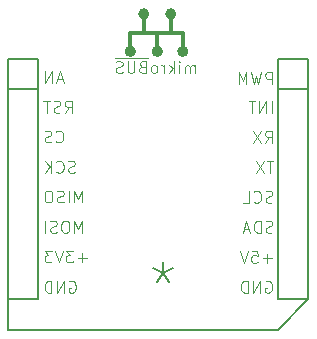
<source format=gbr>
%TF.GenerationSoftware,KiCad,Pcbnew,8.0.0*%
%TF.CreationDate,2024-05-22T20:52:51+02:00*%
%TF.ProjectId,Game_Board_v1,47616d65-5f42-46f6-9172-645f76312e6b,rev?*%
%TF.SameCoordinates,Original*%
%TF.FileFunction,Legend,Bot*%
%TF.FilePolarity,Positive*%
%FSLAX46Y46*%
G04 Gerber Fmt 4.6, Leading zero omitted, Abs format (unit mm)*
G04 Created by KiCad (PCBNEW 8.0.0) date 2024-05-22 20:52:51*
%MOMM*%
%LPD*%
G01*
G04 APERTURE LIST*
%ADD10C,0.050000*%
%ADD11C,0.150000*%
%ADD12C,0.127000*%
%ADD13C,0.304800*%
%ADD14C,0.508000*%
G04 APERTURE END LIST*
D10*
X146978666Y-74754380D02*
X147026285Y-74802000D01*
X147026285Y-74802000D02*
X147169142Y-74849619D01*
X147169142Y-74849619D02*
X147264380Y-74849619D01*
X147264380Y-74849619D02*
X147407237Y-74802000D01*
X147407237Y-74802000D02*
X147502475Y-74706761D01*
X147502475Y-74706761D02*
X147550094Y-74611523D01*
X147550094Y-74611523D02*
X147597713Y-74421047D01*
X147597713Y-74421047D02*
X147597713Y-74278190D01*
X147597713Y-74278190D02*
X147550094Y-74087714D01*
X147550094Y-74087714D02*
X147502475Y-73992476D01*
X147502475Y-73992476D02*
X147407237Y-73897238D01*
X147407237Y-73897238D02*
X147264380Y-73849619D01*
X147264380Y-73849619D02*
X147169142Y-73849619D01*
X147169142Y-73849619D02*
X147026285Y-73897238D01*
X147026285Y-73897238D02*
X146978666Y-73944857D01*
X146597713Y-74802000D02*
X146454856Y-74849619D01*
X146454856Y-74849619D02*
X146216761Y-74849619D01*
X146216761Y-74849619D02*
X146121523Y-74802000D01*
X146121523Y-74802000D02*
X146073904Y-74754380D01*
X146073904Y-74754380D02*
X146026285Y-74659142D01*
X146026285Y-74659142D02*
X146026285Y-74563904D01*
X146026285Y-74563904D02*
X146073904Y-74468666D01*
X146073904Y-74468666D02*
X146121523Y-74421047D01*
X146121523Y-74421047D02*
X146216761Y-74373428D01*
X146216761Y-74373428D02*
X146407237Y-74325809D01*
X146407237Y-74325809D02*
X146502475Y-74278190D01*
X146502475Y-74278190D02*
X146550094Y-74230571D01*
X146550094Y-74230571D02*
X146597713Y-74135333D01*
X146597713Y-74135333D02*
X146597713Y-74040095D01*
X146597713Y-74040095D02*
X146550094Y-73944857D01*
X146550094Y-73944857D02*
X146502475Y-73897238D01*
X146502475Y-73897238D02*
X146407237Y-73849619D01*
X146407237Y-73849619D02*
X146169142Y-73849619D01*
X146169142Y-73849619D02*
X146026285Y-73897238D01*
X165317179Y-79907400D02*
X165174322Y-79955019D01*
X165174322Y-79955019D02*
X164936227Y-79955019D01*
X164936227Y-79955019D02*
X164840989Y-79907400D01*
X164840989Y-79907400D02*
X164793370Y-79859780D01*
X164793370Y-79859780D02*
X164745751Y-79764542D01*
X164745751Y-79764542D02*
X164745751Y-79669304D01*
X164745751Y-79669304D02*
X164793370Y-79574066D01*
X164793370Y-79574066D02*
X164840989Y-79526447D01*
X164840989Y-79526447D02*
X164936227Y-79478828D01*
X164936227Y-79478828D02*
X165126703Y-79431209D01*
X165126703Y-79431209D02*
X165221941Y-79383590D01*
X165221941Y-79383590D02*
X165269560Y-79335971D01*
X165269560Y-79335971D02*
X165317179Y-79240733D01*
X165317179Y-79240733D02*
X165317179Y-79145495D01*
X165317179Y-79145495D02*
X165269560Y-79050257D01*
X165269560Y-79050257D02*
X165221941Y-79002638D01*
X165221941Y-79002638D02*
X165126703Y-78955019D01*
X165126703Y-78955019D02*
X164888608Y-78955019D01*
X164888608Y-78955019D02*
X164745751Y-79002638D01*
X163745751Y-79859780D02*
X163793370Y-79907400D01*
X163793370Y-79907400D02*
X163936227Y-79955019D01*
X163936227Y-79955019D02*
X164031465Y-79955019D01*
X164031465Y-79955019D02*
X164174322Y-79907400D01*
X164174322Y-79907400D02*
X164269560Y-79812161D01*
X164269560Y-79812161D02*
X164317179Y-79716923D01*
X164317179Y-79716923D02*
X164364798Y-79526447D01*
X164364798Y-79526447D02*
X164364798Y-79383590D01*
X164364798Y-79383590D02*
X164317179Y-79193114D01*
X164317179Y-79193114D02*
X164269560Y-79097876D01*
X164269560Y-79097876D02*
X164174322Y-79002638D01*
X164174322Y-79002638D02*
X164031465Y-78955019D01*
X164031465Y-78955019D02*
X163936227Y-78955019D01*
X163936227Y-78955019D02*
X163793370Y-79002638D01*
X163793370Y-79002638D02*
X163745751Y-79050257D01*
X162840989Y-79955019D02*
X163317179Y-79955019D01*
X163317179Y-79955019D02*
X163317179Y-78955019D01*
X165269561Y-69922019D02*
X165269561Y-68922019D01*
X165269561Y-68922019D02*
X164888609Y-68922019D01*
X164888609Y-68922019D02*
X164793371Y-68969638D01*
X164793371Y-68969638D02*
X164745752Y-69017257D01*
X164745752Y-69017257D02*
X164698133Y-69112495D01*
X164698133Y-69112495D02*
X164698133Y-69255352D01*
X164698133Y-69255352D02*
X164745752Y-69350590D01*
X164745752Y-69350590D02*
X164793371Y-69398209D01*
X164793371Y-69398209D02*
X164888609Y-69445828D01*
X164888609Y-69445828D02*
X165269561Y-69445828D01*
X164364799Y-68922019D02*
X164126704Y-69922019D01*
X164126704Y-69922019D02*
X163936228Y-69207733D01*
X163936228Y-69207733D02*
X163745752Y-69922019D01*
X163745752Y-69922019D02*
X163507657Y-68922019D01*
X163126704Y-69922019D02*
X163126704Y-68922019D01*
X163126704Y-68922019D02*
X162793371Y-69636304D01*
X162793371Y-69636304D02*
X162460038Y-68922019D01*
X162460038Y-68922019D02*
X162460038Y-69922019D01*
X149216761Y-79929619D02*
X149216761Y-78929619D01*
X149216761Y-78929619D02*
X148883428Y-79643904D01*
X148883428Y-79643904D02*
X148550095Y-78929619D01*
X148550095Y-78929619D02*
X148550095Y-79929619D01*
X148073904Y-79929619D02*
X148073904Y-78929619D01*
X147645333Y-79882000D02*
X147502476Y-79929619D01*
X147502476Y-79929619D02*
X147264381Y-79929619D01*
X147264381Y-79929619D02*
X147169143Y-79882000D01*
X147169143Y-79882000D02*
X147121524Y-79834380D01*
X147121524Y-79834380D02*
X147073905Y-79739142D01*
X147073905Y-79739142D02*
X147073905Y-79643904D01*
X147073905Y-79643904D02*
X147121524Y-79548666D01*
X147121524Y-79548666D02*
X147169143Y-79501047D01*
X147169143Y-79501047D02*
X147264381Y-79453428D01*
X147264381Y-79453428D02*
X147454857Y-79405809D01*
X147454857Y-79405809D02*
X147550095Y-79358190D01*
X147550095Y-79358190D02*
X147597714Y-79310571D01*
X147597714Y-79310571D02*
X147645333Y-79215333D01*
X147645333Y-79215333D02*
X147645333Y-79120095D01*
X147645333Y-79120095D02*
X147597714Y-79024857D01*
X147597714Y-79024857D02*
X147550095Y-78977238D01*
X147550095Y-78977238D02*
X147454857Y-78929619D01*
X147454857Y-78929619D02*
X147216762Y-78929619D01*
X147216762Y-78929619D02*
X147073905Y-78977238D01*
X146454857Y-78929619D02*
X146264381Y-78929619D01*
X146264381Y-78929619D02*
X146169143Y-78977238D01*
X146169143Y-78977238D02*
X146073905Y-79072476D01*
X146073905Y-79072476D02*
X146026286Y-79262952D01*
X146026286Y-79262952D02*
X146026286Y-79596285D01*
X146026286Y-79596285D02*
X146073905Y-79786761D01*
X146073905Y-79786761D02*
X146169143Y-79882000D01*
X146169143Y-79882000D02*
X146264381Y-79929619D01*
X146264381Y-79929619D02*
X146454857Y-79929619D01*
X146454857Y-79929619D02*
X146550095Y-79882000D01*
X146550095Y-79882000D02*
X146645333Y-79786761D01*
X146645333Y-79786761D02*
X146692952Y-79596285D01*
X146692952Y-79596285D02*
X146692952Y-79262952D01*
X146692952Y-79262952D02*
X146645333Y-79072476D01*
X146645333Y-79072476D02*
X146550095Y-78977238D01*
X146550095Y-78977238D02*
X146454857Y-78929619D01*
X148597713Y-77367400D02*
X148454856Y-77415019D01*
X148454856Y-77415019D02*
X148216761Y-77415019D01*
X148216761Y-77415019D02*
X148121523Y-77367400D01*
X148121523Y-77367400D02*
X148073904Y-77319780D01*
X148073904Y-77319780D02*
X148026285Y-77224542D01*
X148026285Y-77224542D02*
X148026285Y-77129304D01*
X148026285Y-77129304D02*
X148073904Y-77034066D01*
X148073904Y-77034066D02*
X148121523Y-76986447D01*
X148121523Y-76986447D02*
X148216761Y-76938828D01*
X148216761Y-76938828D02*
X148407237Y-76891209D01*
X148407237Y-76891209D02*
X148502475Y-76843590D01*
X148502475Y-76843590D02*
X148550094Y-76795971D01*
X148550094Y-76795971D02*
X148597713Y-76700733D01*
X148597713Y-76700733D02*
X148597713Y-76605495D01*
X148597713Y-76605495D02*
X148550094Y-76510257D01*
X148550094Y-76510257D02*
X148502475Y-76462638D01*
X148502475Y-76462638D02*
X148407237Y-76415019D01*
X148407237Y-76415019D02*
X148169142Y-76415019D01*
X148169142Y-76415019D02*
X148026285Y-76462638D01*
X147026285Y-77319780D02*
X147073904Y-77367400D01*
X147073904Y-77367400D02*
X147216761Y-77415019D01*
X147216761Y-77415019D02*
X147311999Y-77415019D01*
X147311999Y-77415019D02*
X147454856Y-77367400D01*
X147454856Y-77367400D02*
X147550094Y-77272161D01*
X147550094Y-77272161D02*
X147597713Y-77176923D01*
X147597713Y-77176923D02*
X147645332Y-76986447D01*
X147645332Y-76986447D02*
X147645332Y-76843590D01*
X147645332Y-76843590D02*
X147597713Y-76653114D01*
X147597713Y-76653114D02*
X147550094Y-76557876D01*
X147550094Y-76557876D02*
X147454856Y-76462638D01*
X147454856Y-76462638D02*
X147311999Y-76415019D01*
X147311999Y-76415019D02*
X147216761Y-76415019D01*
X147216761Y-76415019D02*
X147073904Y-76462638D01*
X147073904Y-76462638D02*
X147026285Y-76510257D01*
X146597713Y-77415019D02*
X146597713Y-76415019D01*
X146026285Y-77415019D02*
X146454856Y-76843590D01*
X146026285Y-76415019D02*
X146597713Y-76986447D01*
X158773332Y-68960019D02*
X158773332Y-68293352D01*
X158773332Y-68388590D02*
X158725713Y-68340971D01*
X158725713Y-68340971D02*
X158630475Y-68293352D01*
X158630475Y-68293352D02*
X158487618Y-68293352D01*
X158487618Y-68293352D02*
X158392380Y-68340971D01*
X158392380Y-68340971D02*
X158344761Y-68436209D01*
X158344761Y-68436209D02*
X158344761Y-68960019D01*
X158344761Y-68436209D02*
X158297142Y-68340971D01*
X158297142Y-68340971D02*
X158201904Y-68293352D01*
X158201904Y-68293352D02*
X158059047Y-68293352D01*
X158059047Y-68293352D02*
X157963808Y-68340971D01*
X157963808Y-68340971D02*
X157916189Y-68436209D01*
X157916189Y-68436209D02*
X157916189Y-68960019D01*
X157439999Y-68960019D02*
X157439999Y-68293352D01*
X157439999Y-67960019D02*
X157487618Y-68007638D01*
X157487618Y-68007638D02*
X157439999Y-68055257D01*
X157439999Y-68055257D02*
X157392380Y-68007638D01*
X157392380Y-68007638D02*
X157439999Y-67960019D01*
X157439999Y-67960019D02*
X157439999Y-68055257D01*
X156963809Y-68960019D02*
X156963809Y-67960019D01*
X156868571Y-68579066D02*
X156582857Y-68960019D01*
X156582857Y-68293352D02*
X156963809Y-68674304D01*
X156154285Y-68960019D02*
X156154285Y-68293352D01*
X156154285Y-68483828D02*
X156106666Y-68388590D01*
X156106666Y-68388590D02*
X156059047Y-68340971D01*
X156059047Y-68340971D02*
X155963809Y-68293352D01*
X155963809Y-68293352D02*
X155868571Y-68293352D01*
X155392380Y-68960019D02*
X155487618Y-68912400D01*
X155487618Y-68912400D02*
X155535237Y-68864780D01*
X155535237Y-68864780D02*
X155582856Y-68769542D01*
X155582856Y-68769542D02*
X155582856Y-68483828D01*
X155582856Y-68483828D02*
X155535237Y-68388590D01*
X155535237Y-68388590D02*
X155487618Y-68340971D01*
X155487618Y-68340971D02*
X155392380Y-68293352D01*
X155392380Y-68293352D02*
X155249523Y-68293352D01*
X155249523Y-68293352D02*
X155154285Y-68340971D01*
X155154285Y-68340971D02*
X155106666Y-68388590D01*
X155106666Y-68388590D02*
X155059047Y-68483828D01*
X155059047Y-68483828D02*
X155059047Y-68769542D01*
X155059047Y-68769542D02*
X155106666Y-68864780D01*
X155106666Y-68864780D02*
X155154285Y-68912400D01*
X155154285Y-68912400D02*
X155249523Y-68960019D01*
X155249523Y-68960019D02*
X155392380Y-68960019D01*
X154297142Y-68436209D02*
X154154285Y-68483828D01*
X154154285Y-68483828D02*
X154106666Y-68531447D01*
X154106666Y-68531447D02*
X154059047Y-68626685D01*
X154059047Y-68626685D02*
X154059047Y-68769542D01*
X154059047Y-68769542D02*
X154106666Y-68864780D01*
X154106666Y-68864780D02*
X154154285Y-68912400D01*
X154154285Y-68912400D02*
X154249523Y-68960019D01*
X154249523Y-68960019D02*
X154630475Y-68960019D01*
X154630475Y-68960019D02*
X154630475Y-67960019D01*
X154630475Y-67960019D02*
X154297142Y-67960019D01*
X154297142Y-67960019D02*
X154201904Y-68007638D01*
X154201904Y-68007638D02*
X154154285Y-68055257D01*
X154154285Y-68055257D02*
X154106666Y-68150495D01*
X154106666Y-68150495D02*
X154106666Y-68245733D01*
X154106666Y-68245733D02*
X154154285Y-68340971D01*
X154154285Y-68340971D02*
X154201904Y-68388590D01*
X154201904Y-68388590D02*
X154297142Y-68436209D01*
X154297142Y-68436209D02*
X154630475Y-68436209D01*
X153630475Y-67960019D02*
X153630475Y-68769542D01*
X153630475Y-68769542D02*
X153582856Y-68864780D01*
X153582856Y-68864780D02*
X153535237Y-68912400D01*
X153535237Y-68912400D02*
X153439999Y-68960019D01*
X153439999Y-68960019D02*
X153249523Y-68960019D01*
X153249523Y-68960019D02*
X153154285Y-68912400D01*
X153154285Y-68912400D02*
X153106666Y-68864780D01*
X153106666Y-68864780D02*
X153059047Y-68769542D01*
X153059047Y-68769542D02*
X153059047Y-67960019D01*
X152630475Y-68912400D02*
X152487618Y-68960019D01*
X152487618Y-68960019D02*
X152249523Y-68960019D01*
X152249523Y-68960019D02*
X152154285Y-68912400D01*
X152154285Y-68912400D02*
X152106666Y-68864780D01*
X152106666Y-68864780D02*
X152059047Y-68769542D01*
X152059047Y-68769542D02*
X152059047Y-68674304D01*
X152059047Y-68674304D02*
X152106666Y-68579066D01*
X152106666Y-68579066D02*
X152154285Y-68531447D01*
X152154285Y-68531447D02*
X152249523Y-68483828D01*
X152249523Y-68483828D02*
X152439999Y-68436209D01*
X152439999Y-68436209D02*
X152535237Y-68388590D01*
X152535237Y-68388590D02*
X152582856Y-68340971D01*
X152582856Y-68340971D02*
X152630475Y-68245733D01*
X152630475Y-68245733D02*
X152630475Y-68150495D01*
X152630475Y-68150495D02*
X152582856Y-68055257D01*
X152582856Y-68055257D02*
X152535237Y-68007638D01*
X152535237Y-68007638D02*
X152439999Y-67960019D01*
X152439999Y-67960019D02*
X152201904Y-67960019D01*
X152201904Y-67960019D02*
X152059047Y-68007638D01*
X154768571Y-67682400D02*
X151968571Y-67682400D01*
X149597714Y-84628666D02*
X148835810Y-84628666D01*
X149216762Y-85009619D02*
X149216762Y-84247714D01*
X148454857Y-84009619D02*
X147835810Y-84009619D01*
X147835810Y-84009619D02*
X148169143Y-84390571D01*
X148169143Y-84390571D02*
X148026286Y-84390571D01*
X148026286Y-84390571D02*
X147931048Y-84438190D01*
X147931048Y-84438190D02*
X147883429Y-84485809D01*
X147883429Y-84485809D02*
X147835810Y-84581047D01*
X147835810Y-84581047D02*
X147835810Y-84819142D01*
X147835810Y-84819142D02*
X147883429Y-84914380D01*
X147883429Y-84914380D02*
X147931048Y-84962000D01*
X147931048Y-84962000D02*
X148026286Y-85009619D01*
X148026286Y-85009619D02*
X148312000Y-85009619D01*
X148312000Y-85009619D02*
X148407238Y-84962000D01*
X148407238Y-84962000D02*
X148454857Y-84914380D01*
X147550095Y-84009619D02*
X147216762Y-85009619D01*
X147216762Y-85009619D02*
X146883429Y-84009619D01*
X146645333Y-84009619D02*
X146026286Y-84009619D01*
X146026286Y-84009619D02*
X146359619Y-84390571D01*
X146359619Y-84390571D02*
X146216762Y-84390571D01*
X146216762Y-84390571D02*
X146121524Y-84438190D01*
X146121524Y-84438190D02*
X146073905Y-84485809D01*
X146073905Y-84485809D02*
X146026286Y-84581047D01*
X146026286Y-84581047D02*
X146026286Y-84819142D01*
X146026286Y-84819142D02*
X146073905Y-84914380D01*
X146073905Y-84914380D02*
X146121524Y-84962000D01*
X146121524Y-84962000D02*
X146216762Y-85009619D01*
X146216762Y-85009619D02*
X146502476Y-85009619D01*
X146502476Y-85009619D02*
X146597714Y-84962000D01*
X146597714Y-84962000D02*
X146645333Y-84914380D01*
X164698132Y-74875019D02*
X165031465Y-74398828D01*
X165269560Y-74875019D02*
X165269560Y-73875019D01*
X165269560Y-73875019D02*
X164888608Y-73875019D01*
X164888608Y-73875019D02*
X164793370Y-73922638D01*
X164793370Y-73922638D02*
X164745751Y-73970257D01*
X164745751Y-73970257D02*
X164698132Y-74065495D01*
X164698132Y-74065495D02*
X164698132Y-74208352D01*
X164698132Y-74208352D02*
X164745751Y-74303590D01*
X164745751Y-74303590D02*
X164793370Y-74351209D01*
X164793370Y-74351209D02*
X164888608Y-74398828D01*
X164888608Y-74398828D02*
X165269560Y-74398828D01*
X164364798Y-73875019D02*
X163698132Y-74875019D01*
X163698132Y-73875019D02*
X164364798Y-74875019D01*
X165269560Y-84654066D02*
X164507656Y-84654066D01*
X164888608Y-85035019D02*
X164888608Y-84273114D01*
X163555275Y-84035019D02*
X164031465Y-84035019D01*
X164031465Y-84035019D02*
X164079084Y-84511209D01*
X164079084Y-84511209D02*
X164031465Y-84463590D01*
X164031465Y-84463590D02*
X163936227Y-84415971D01*
X163936227Y-84415971D02*
X163698132Y-84415971D01*
X163698132Y-84415971D02*
X163602894Y-84463590D01*
X163602894Y-84463590D02*
X163555275Y-84511209D01*
X163555275Y-84511209D02*
X163507656Y-84606447D01*
X163507656Y-84606447D02*
X163507656Y-84844542D01*
X163507656Y-84844542D02*
X163555275Y-84939780D01*
X163555275Y-84939780D02*
X163602894Y-84987400D01*
X163602894Y-84987400D02*
X163698132Y-85035019D01*
X163698132Y-85035019D02*
X163936227Y-85035019D01*
X163936227Y-85035019D02*
X164031465Y-84987400D01*
X164031465Y-84987400D02*
X164079084Y-84939780D01*
X163221941Y-84035019D02*
X162888608Y-85035019D01*
X162888608Y-85035019D02*
X162555275Y-84035019D01*
X165317180Y-82447400D02*
X165174323Y-82495019D01*
X165174323Y-82495019D02*
X164936228Y-82495019D01*
X164936228Y-82495019D02*
X164840990Y-82447400D01*
X164840990Y-82447400D02*
X164793371Y-82399780D01*
X164793371Y-82399780D02*
X164745752Y-82304542D01*
X164745752Y-82304542D02*
X164745752Y-82209304D01*
X164745752Y-82209304D02*
X164793371Y-82114066D01*
X164793371Y-82114066D02*
X164840990Y-82066447D01*
X164840990Y-82066447D02*
X164936228Y-82018828D01*
X164936228Y-82018828D02*
X165126704Y-81971209D01*
X165126704Y-81971209D02*
X165221942Y-81923590D01*
X165221942Y-81923590D02*
X165269561Y-81875971D01*
X165269561Y-81875971D02*
X165317180Y-81780733D01*
X165317180Y-81780733D02*
X165317180Y-81685495D01*
X165317180Y-81685495D02*
X165269561Y-81590257D01*
X165269561Y-81590257D02*
X165221942Y-81542638D01*
X165221942Y-81542638D02*
X165126704Y-81495019D01*
X165126704Y-81495019D02*
X164888609Y-81495019D01*
X164888609Y-81495019D02*
X164745752Y-81542638D01*
X164317180Y-82495019D02*
X164317180Y-81495019D01*
X164317180Y-81495019D02*
X164079085Y-81495019D01*
X164079085Y-81495019D02*
X163936228Y-81542638D01*
X163936228Y-81542638D02*
X163840990Y-81637876D01*
X163840990Y-81637876D02*
X163793371Y-81733114D01*
X163793371Y-81733114D02*
X163745752Y-81923590D01*
X163745752Y-81923590D02*
X163745752Y-82066447D01*
X163745752Y-82066447D02*
X163793371Y-82256923D01*
X163793371Y-82256923D02*
X163840990Y-82352161D01*
X163840990Y-82352161D02*
X163936228Y-82447400D01*
X163936228Y-82447400D02*
X164079085Y-82495019D01*
X164079085Y-82495019D02*
X164317180Y-82495019D01*
X163364799Y-82209304D02*
X162888609Y-82209304D01*
X163460037Y-82495019D02*
X163126704Y-81495019D01*
X163126704Y-81495019D02*
X162793371Y-82495019D01*
X165269561Y-72335019D02*
X165269561Y-71335019D01*
X164793371Y-72335019D02*
X164793371Y-71335019D01*
X164793371Y-71335019D02*
X164221943Y-72335019D01*
X164221943Y-72335019D02*
X164221943Y-71335019D01*
X163888609Y-71335019D02*
X163317181Y-71335019D01*
X163602895Y-72335019D02*
X163602895Y-71335019D01*
X147740572Y-72335019D02*
X148073905Y-71858828D01*
X148312000Y-72335019D02*
X148312000Y-71335019D01*
X148312000Y-71335019D02*
X147931048Y-71335019D01*
X147931048Y-71335019D02*
X147835810Y-71382638D01*
X147835810Y-71382638D02*
X147788191Y-71430257D01*
X147788191Y-71430257D02*
X147740572Y-71525495D01*
X147740572Y-71525495D02*
X147740572Y-71668352D01*
X147740572Y-71668352D02*
X147788191Y-71763590D01*
X147788191Y-71763590D02*
X147835810Y-71811209D01*
X147835810Y-71811209D02*
X147931048Y-71858828D01*
X147931048Y-71858828D02*
X148312000Y-71858828D01*
X147359619Y-72287400D02*
X147216762Y-72335019D01*
X147216762Y-72335019D02*
X146978667Y-72335019D01*
X146978667Y-72335019D02*
X146883429Y-72287400D01*
X146883429Y-72287400D02*
X146835810Y-72239780D01*
X146835810Y-72239780D02*
X146788191Y-72144542D01*
X146788191Y-72144542D02*
X146788191Y-72049304D01*
X146788191Y-72049304D02*
X146835810Y-71954066D01*
X146835810Y-71954066D02*
X146883429Y-71906447D01*
X146883429Y-71906447D02*
X146978667Y-71858828D01*
X146978667Y-71858828D02*
X147169143Y-71811209D01*
X147169143Y-71811209D02*
X147264381Y-71763590D01*
X147264381Y-71763590D02*
X147312000Y-71715971D01*
X147312000Y-71715971D02*
X147359619Y-71620733D01*
X147359619Y-71620733D02*
X147359619Y-71525495D01*
X147359619Y-71525495D02*
X147312000Y-71430257D01*
X147312000Y-71430257D02*
X147264381Y-71382638D01*
X147264381Y-71382638D02*
X147169143Y-71335019D01*
X147169143Y-71335019D02*
X146931048Y-71335019D01*
X146931048Y-71335019D02*
X146788191Y-71382638D01*
X146502476Y-71335019D02*
X145931048Y-71335019D01*
X146216762Y-72335019D02*
X146216762Y-71335019D01*
X165412418Y-76415019D02*
X164840990Y-76415019D01*
X165126704Y-77415019D02*
X165126704Y-76415019D01*
X164602894Y-76415019D02*
X163936228Y-77415019D01*
X163936228Y-76415019D02*
X164602894Y-77415019D01*
X149216761Y-82495019D02*
X149216761Y-81495019D01*
X149216761Y-81495019D02*
X148883428Y-82209304D01*
X148883428Y-82209304D02*
X148550095Y-81495019D01*
X148550095Y-81495019D02*
X148550095Y-82495019D01*
X147883428Y-81495019D02*
X147692952Y-81495019D01*
X147692952Y-81495019D02*
X147597714Y-81542638D01*
X147597714Y-81542638D02*
X147502476Y-81637876D01*
X147502476Y-81637876D02*
X147454857Y-81828352D01*
X147454857Y-81828352D02*
X147454857Y-82161685D01*
X147454857Y-82161685D02*
X147502476Y-82352161D01*
X147502476Y-82352161D02*
X147597714Y-82447400D01*
X147597714Y-82447400D02*
X147692952Y-82495019D01*
X147692952Y-82495019D02*
X147883428Y-82495019D01*
X147883428Y-82495019D02*
X147978666Y-82447400D01*
X147978666Y-82447400D02*
X148073904Y-82352161D01*
X148073904Y-82352161D02*
X148121523Y-82161685D01*
X148121523Y-82161685D02*
X148121523Y-81828352D01*
X148121523Y-81828352D02*
X148073904Y-81637876D01*
X148073904Y-81637876D02*
X147978666Y-81542638D01*
X147978666Y-81542638D02*
X147883428Y-81495019D01*
X147073904Y-82447400D02*
X146931047Y-82495019D01*
X146931047Y-82495019D02*
X146692952Y-82495019D01*
X146692952Y-82495019D02*
X146597714Y-82447400D01*
X146597714Y-82447400D02*
X146550095Y-82399780D01*
X146550095Y-82399780D02*
X146502476Y-82304542D01*
X146502476Y-82304542D02*
X146502476Y-82209304D01*
X146502476Y-82209304D02*
X146550095Y-82114066D01*
X146550095Y-82114066D02*
X146597714Y-82066447D01*
X146597714Y-82066447D02*
X146692952Y-82018828D01*
X146692952Y-82018828D02*
X146883428Y-81971209D01*
X146883428Y-81971209D02*
X146978666Y-81923590D01*
X146978666Y-81923590D02*
X147026285Y-81875971D01*
X147026285Y-81875971D02*
X147073904Y-81780733D01*
X147073904Y-81780733D02*
X147073904Y-81685495D01*
X147073904Y-81685495D02*
X147026285Y-81590257D01*
X147026285Y-81590257D02*
X146978666Y-81542638D01*
X146978666Y-81542638D02*
X146883428Y-81495019D01*
X146883428Y-81495019D02*
X146645333Y-81495019D01*
X146645333Y-81495019D02*
X146502476Y-81542638D01*
X146073904Y-82495019D02*
X146073904Y-81495019D01*
D11*
X156039999Y-84942676D02*
X156039999Y-85895057D01*
X156873333Y-85514104D02*
X156039999Y-85895057D01*
X156039999Y-85895057D02*
X155206666Y-85514104D01*
X156539999Y-86656961D02*
X156039999Y-85895057D01*
X156039999Y-85895057D02*
X155539999Y-86656961D01*
D10*
X148121523Y-86622638D02*
X148216761Y-86575019D01*
X148216761Y-86575019D02*
X148359618Y-86575019D01*
X148359618Y-86575019D02*
X148502475Y-86622638D01*
X148502475Y-86622638D02*
X148597713Y-86717876D01*
X148597713Y-86717876D02*
X148645332Y-86813114D01*
X148645332Y-86813114D02*
X148692951Y-87003590D01*
X148692951Y-87003590D02*
X148692951Y-87146447D01*
X148692951Y-87146447D02*
X148645332Y-87336923D01*
X148645332Y-87336923D02*
X148597713Y-87432161D01*
X148597713Y-87432161D02*
X148502475Y-87527400D01*
X148502475Y-87527400D02*
X148359618Y-87575019D01*
X148359618Y-87575019D02*
X148264380Y-87575019D01*
X148264380Y-87575019D02*
X148121523Y-87527400D01*
X148121523Y-87527400D02*
X148073904Y-87479780D01*
X148073904Y-87479780D02*
X148073904Y-87146447D01*
X148073904Y-87146447D02*
X148264380Y-87146447D01*
X147645332Y-87575019D02*
X147645332Y-86575019D01*
X147645332Y-86575019D02*
X147073904Y-87575019D01*
X147073904Y-87575019D02*
X147073904Y-86575019D01*
X146597713Y-87575019D02*
X146597713Y-86575019D01*
X146597713Y-86575019D02*
X146359618Y-86575019D01*
X146359618Y-86575019D02*
X146216761Y-86622638D01*
X146216761Y-86622638D02*
X146121523Y-86717876D01*
X146121523Y-86717876D02*
X146073904Y-86813114D01*
X146073904Y-86813114D02*
X146026285Y-87003590D01*
X146026285Y-87003590D02*
X146026285Y-87146447D01*
X146026285Y-87146447D02*
X146073904Y-87336923D01*
X146073904Y-87336923D02*
X146121523Y-87432161D01*
X146121523Y-87432161D02*
X146216761Y-87527400D01*
X146216761Y-87527400D02*
X146359618Y-87575019D01*
X146359618Y-87575019D02*
X146597713Y-87575019D01*
X164745751Y-86622638D02*
X164840989Y-86575019D01*
X164840989Y-86575019D02*
X164983846Y-86575019D01*
X164983846Y-86575019D02*
X165126703Y-86622638D01*
X165126703Y-86622638D02*
X165221941Y-86717876D01*
X165221941Y-86717876D02*
X165269560Y-86813114D01*
X165269560Y-86813114D02*
X165317179Y-87003590D01*
X165317179Y-87003590D02*
X165317179Y-87146447D01*
X165317179Y-87146447D02*
X165269560Y-87336923D01*
X165269560Y-87336923D02*
X165221941Y-87432161D01*
X165221941Y-87432161D02*
X165126703Y-87527400D01*
X165126703Y-87527400D02*
X164983846Y-87575019D01*
X164983846Y-87575019D02*
X164888608Y-87575019D01*
X164888608Y-87575019D02*
X164745751Y-87527400D01*
X164745751Y-87527400D02*
X164698132Y-87479780D01*
X164698132Y-87479780D02*
X164698132Y-87146447D01*
X164698132Y-87146447D02*
X164888608Y-87146447D01*
X164269560Y-87575019D02*
X164269560Y-86575019D01*
X164269560Y-86575019D02*
X163698132Y-87575019D01*
X163698132Y-87575019D02*
X163698132Y-86575019D01*
X163221941Y-87575019D02*
X163221941Y-86575019D01*
X163221941Y-86575019D02*
X162983846Y-86575019D01*
X162983846Y-86575019D02*
X162840989Y-86622638D01*
X162840989Y-86622638D02*
X162745751Y-86717876D01*
X162745751Y-86717876D02*
X162698132Y-86813114D01*
X162698132Y-86813114D02*
X162650513Y-87003590D01*
X162650513Y-87003590D02*
X162650513Y-87146447D01*
X162650513Y-87146447D02*
X162698132Y-87336923D01*
X162698132Y-87336923D02*
X162745751Y-87432161D01*
X162745751Y-87432161D02*
X162840989Y-87527400D01*
X162840989Y-87527400D02*
X162983846Y-87575019D01*
X162983846Y-87575019D02*
X163221941Y-87575019D01*
X147550095Y-69509304D02*
X147073905Y-69509304D01*
X147645333Y-69795019D02*
X147312000Y-68795019D01*
X147312000Y-68795019D02*
X146978667Y-69795019D01*
X146645333Y-69795019D02*
X146645333Y-68795019D01*
X146645333Y-68795019D02*
X146073905Y-69795019D01*
X146073905Y-69795019D02*
X146073905Y-68795019D01*
D12*
%TO.C,CON1*%
X142960000Y-88130000D02*
X142960000Y-90750000D01*
X142960000Y-90750000D02*
X165830000Y-90730000D01*
X142970000Y-67830000D02*
X142970000Y-70370000D01*
X142970000Y-70370000D02*
X142970000Y-88150000D01*
X142970000Y-70370000D02*
X145510000Y-70370000D01*
X142970000Y-88150000D02*
X145510000Y-88150000D01*
X145510000Y-67830000D02*
X142970000Y-67830000D01*
X145510000Y-70370000D02*
X145510000Y-67830000D01*
X145510000Y-88150000D02*
X145510000Y-70370000D01*
D13*
X153289000Y-65620200D02*
X153289000Y-67144200D01*
X154432000Y-65620200D02*
X153289000Y-65620200D01*
X154432000Y-65620200D02*
X154432000Y-63969200D01*
X155575000Y-65620200D02*
X154432000Y-65620200D01*
X155575000Y-65620200D02*
X155575000Y-67144200D01*
X156718000Y-65620200D02*
X155575000Y-65620200D01*
X156718000Y-65620200D02*
X156718000Y-63969200D01*
X157734000Y-65620200D02*
X156718000Y-65620200D01*
X157734000Y-65620200D02*
X157734000Y-67144200D01*
D12*
X165830000Y-67830000D02*
X165830000Y-70370000D01*
X165830000Y-67830000D02*
X168370000Y-67830000D01*
X165830000Y-70370000D02*
X165830000Y-88150000D01*
X165830000Y-70370000D02*
X168370000Y-70370000D01*
X165830000Y-88150000D02*
X168370000Y-88150000D01*
X168370000Y-67830000D02*
X168370000Y-88150000D01*
X168370000Y-88150000D02*
X165830000Y-90740000D01*
D14*
X153517600Y-67144200D02*
G75*
G02*
X153060400Y-67144200I-228600J0D01*
G01*
X153060400Y-67144200D02*
G75*
G02*
X153517600Y-67144200I228600J0D01*
G01*
X154660600Y-63969200D02*
G75*
G02*
X154203400Y-63969200I-228600J0D01*
G01*
X154203400Y-63969200D02*
G75*
G02*
X154660600Y-63969200I228600J0D01*
G01*
X155803600Y-67144200D02*
G75*
G02*
X155346400Y-67144200I-228600J0D01*
G01*
X155346400Y-67144200D02*
G75*
G02*
X155803600Y-67144200I228600J0D01*
G01*
X156946600Y-63969200D02*
G75*
G02*
X156489400Y-63969200I-228600J0D01*
G01*
X156489400Y-63969200D02*
G75*
G02*
X156946600Y-63969200I228600J0D01*
G01*
X157962600Y-67144200D02*
G75*
G02*
X157505400Y-67144200I-228600J0D01*
G01*
X157505400Y-67144200D02*
G75*
G02*
X157962600Y-67144200I228600J0D01*
G01*
%TD*%
M02*

</source>
